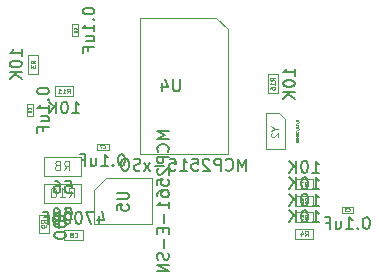
<source format=gbr>
%TF.GenerationSoftware,KiCad,Pcbnew,(5.1.7)-1*%
%TF.CreationDate,2021-02-02T18:20:17+09:00*%
%TF.ProjectId,canboard,63616e62-6f61-4726-942e-6b696361645f,rev?*%
%TF.SameCoordinates,Original*%
%TF.FileFunction,Other,Fab,Bot*%
%FSLAX46Y46*%
G04 Gerber Fmt 4.6, Leading zero omitted, Abs format (unit mm)*
G04 Created by KiCad (PCBNEW (5.1.7)-1) date 2021-02-02 18:20:17*
%MOMM*%
%LPD*%
G01*
G04 APERTURE LIST*
%ADD10C,0.100000*%
%ADD11C,0.150000*%
%ADD12C,0.060000*%
%ADD13C,0.030000*%
%ADD14C,0.080000*%
%ADD15C,0.120000*%
%ADD16C,0.040000*%
G04 APERTURE END LIST*
D10*
%TO.C,R16*%
X236713500Y-37427000D02*
X235888500Y-37427000D01*
X235888500Y-37427000D02*
X235888500Y-39027000D01*
X235888500Y-39027000D02*
X236713500Y-39027000D01*
X236713500Y-39027000D02*
X236713500Y-37427000D01*
%TO.C,U4*%
X231526000Y-32629800D02*
X225026000Y-32629800D01*
X225026000Y-32629800D02*
X225026000Y-44179800D01*
X225026000Y-44179800D02*
X232526000Y-44179800D01*
X232526000Y-44179800D02*
X232526000Y-33629800D01*
X232526000Y-33629800D02*
X231526000Y-32629800D01*
%TO.C,Y2*%
X237355000Y-43727000D02*
X235755000Y-43727000D01*
X235755000Y-43727000D02*
X235755000Y-40727000D01*
X237355000Y-41227000D02*
X236855000Y-40727000D01*
X237355000Y-41227000D02*
X237355000Y-43727000D01*
X236855000Y-40727000D02*
X235755000Y-40727000D01*
%TO.C,U5*%
X221197000Y-47220000D02*
X221197000Y-50145000D01*
X221197000Y-50145000D02*
X226097000Y-50145000D01*
X226097000Y-50145000D02*
X226097000Y-46245000D01*
X226097000Y-46245000D02*
X222172000Y-46245000D01*
X222172000Y-46245000D02*
X221197000Y-47220000D01*
%TO.C,R11*%
X219431000Y-39274500D02*
X219431000Y-38449500D01*
X219431000Y-38449500D02*
X217831000Y-38449500D01*
X217831000Y-38449500D02*
X217831000Y-39274500D01*
X217831000Y-39274500D02*
X219431000Y-39274500D01*
%TO.C,R10*%
X220101500Y-48298000D02*
X220101500Y-46698000D01*
X220101500Y-46698000D02*
X216901500Y-46698000D01*
X216901500Y-46698000D02*
X216901500Y-48298000D01*
X216901500Y-48298000D02*
X220101500Y-48298000D01*
%TO.C,R9*%
X217328500Y-49301000D02*
X216503500Y-49301000D01*
X216503500Y-49301000D02*
X216503500Y-50901000D01*
X216503500Y-50901000D02*
X217328500Y-50901000D01*
X217328500Y-50901000D02*
X217328500Y-49301000D01*
%TO.C,R8*%
X220101500Y-46012000D02*
X220101500Y-44412000D01*
X220101500Y-44412000D02*
X216901500Y-44412000D01*
X216901500Y-44412000D02*
X216901500Y-46012000D01*
X216901500Y-46012000D02*
X220101500Y-46012000D01*
%TO.C,R7*%
X238150000Y-46323500D02*
X238150000Y-47148500D01*
X238150000Y-47148500D02*
X239750000Y-47148500D01*
X239750000Y-47148500D02*
X239750000Y-46323500D01*
X239750000Y-46323500D02*
X238150000Y-46323500D01*
%TO.C,R6*%
X238150000Y-47720500D02*
X238150000Y-48545500D01*
X238150000Y-48545500D02*
X239750000Y-48545500D01*
X239750000Y-48545500D02*
X239750000Y-47720500D01*
X239750000Y-47720500D02*
X238150000Y-47720500D01*
%TO.C,R5*%
X239750000Y-49117500D02*
X238150000Y-49117500D01*
X239750000Y-49942500D02*
X239750000Y-49117500D01*
X238150000Y-49942500D02*
X239750000Y-49942500D01*
X238150000Y-49117500D02*
X238150000Y-49942500D01*
%TO.C,R4*%
X239750000Y-50514500D02*
X238150000Y-50514500D01*
X239750000Y-51339500D02*
X239750000Y-50514500D01*
X238150000Y-51339500D02*
X239750000Y-51339500D01*
X238150000Y-50514500D02*
X238150000Y-51339500D01*
%TO.C,R3*%
X215614500Y-37376000D02*
X216439500Y-37376000D01*
X216439500Y-37376000D02*
X216439500Y-35776000D01*
X216439500Y-35776000D02*
X215614500Y-35776000D01*
X215614500Y-35776000D02*
X215614500Y-37376000D01*
%TO.C,C8*%
X218656000Y-50654000D02*
X218656000Y-51454000D01*
X218656000Y-51454000D02*
X220256000Y-51454000D01*
X220256000Y-51454000D02*
X220256000Y-50654000D01*
X220256000Y-50654000D02*
X218656000Y-50654000D01*
%TO.C,C7*%
X222397000Y-43811000D02*
X222397000Y-43311000D01*
X222397000Y-43311000D02*
X221397000Y-43311000D01*
X221397000Y-43311000D02*
X221397000Y-43811000D01*
X221397000Y-43811000D02*
X222397000Y-43811000D01*
%TO.C,C6*%
X219833000Y-33170300D02*
X219333000Y-33170300D01*
X219333000Y-33170300D02*
X219333000Y-34170300D01*
X219333000Y-34170300D02*
X219833000Y-34170300D01*
X219833000Y-34170300D02*
X219833000Y-33170300D01*
%TO.C,C5*%
X215977000Y-39949500D02*
X215477000Y-39949500D01*
X215477000Y-39949500D02*
X215477000Y-40949500D01*
X215477000Y-40949500D02*
X215977000Y-40949500D01*
X215977000Y-40949500D02*
X215977000Y-39949500D01*
%TO.C,C3*%
X243123000Y-49145000D02*
X243123000Y-48645000D01*
X243123000Y-48645000D02*
X242123000Y-48645000D01*
X242123000Y-48645000D02*
X242123000Y-49145000D01*
X242123000Y-49145000D02*
X243123000Y-49145000D01*
%TD*%
%TO.C,R16*%
D11*
X238183380Y-37536523D02*
X238183380Y-36965095D01*
X238183380Y-37250809D02*
X237183380Y-37250809D01*
X237326238Y-37155571D01*
X237421476Y-37060333D01*
X237469095Y-36965095D01*
X237183380Y-38155571D02*
X237183380Y-38250809D01*
X237231000Y-38346047D01*
X237278619Y-38393666D01*
X237373857Y-38441285D01*
X237564333Y-38488904D01*
X237802428Y-38488904D01*
X237992904Y-38441285D01*
X238088142Y-38393666D01*
X238135761Y-38346047D01*
X238183380Y-38250809D01*
X238183380Y-38155571D01*
X238135761Y-38060333D01*
X238088142Y-38012714D01*
X237992904Y-37965095D01*
X237802428Y-37917476D01*
X237564333Y-37917476D01*
X237373857Y-37965095D01*
X237278619Y-38012714D01*
X237231000Y-38060333D01*
X237183380Y-38155571D01*
X238183380Y-38917476D02*
X237183380Y-38917476D01*
X238183380Y-39488904D02*
X237611952Y-39060333D01*
X237183380Y-39488904D02*
X237754809Y-38917476D01*
D12*
X236481952Y-37969857D02*
X236291476Y-37836523D01*
X236481952Y-37741285D02*
X236081952Y-37741285D01*
X236081952Y-37893666D01*
X236101000Y-37931761D01*
X236120047Y-37950809D01*
X236158142Y-37969857D01*
X236215285Y-37969857D01*
X236253380Y-37950809D01*
X236272428Y-37931761D01*
X236291476Y-37893666D01*
X236291476Y-37741285D01*
X236481952Y-38350809D02*
X236481952Y-38122238D01*
X236481952Y-38236523D02*
X236081952Y-38236523D01*
X236139095Y-38198428D01*
X236177190Y-38160333D01*
X236196238Y-38122238D01*
X236081952Y-38693666D02*
X236081952Y-38617476D01*
X236101000Y-38579380D01*
X236120047Y-38560333D01*
X236177190Y-38522238D01*
X236253380Y-38503190D01*
X236405761Y-38503190D01*
X236443857Y-38522238D01*
X236462904Y-38541285D01*
X236481952Y-38579380D01*
X236481952Y-38655571D01*
X236462904Y-38693666D01*
X236443857Y-38712714D01*
X236405761Y-38731761D01*
X236310523Y-38731761D01*
X236272428Y-38712714D01*
X236253380Y-38693666D01*
X236234333Y-38655571D01*
X236234333Y-38579380D01*
X236253380Y-38541285D01*
X236272428Y-38522238D01*
X236310523Y-38503190D01*
%TO.C,U4*%
D11*
X234037904Y-45577180D02*
X234037904Y-44577180D01*
X233704571Y-45291466D01*
X233371238Y-44577180D01*
X233371238Y-45577180D01*
X232323619Y-45481942D02*
X232371238Y-45529561D01*
X232514095Y-45577180D01*
X232609333Y-45577180D01*
X232752190Y-45529561D01*
X232847428Y-45434323D01*
X232895047Y-45339085D01*
X232942666Y-45148609D01*
X232942666Y-45005752D01*
X232895047Y-44815276D01*
X232847428Y-44720038D01*
X232752190Y-44624800D01*
X232609333Y-44577180D01*
X232514095Y-44577180D01*
X232371238Y-44624800D01*
X232323619Y-44672419D01*
X231895047Y-45577180D02*
X231895047Y-44577180D01*
X231514095Y-44577180D01*
X231418857Y-44624800D01*
X231371238Y-44672419D01*
X231323619Y-44767657D01*
X231323619Y-44910514D01*
X231371238Y-45005752D01*
X231418857Y-45053371D01*
X231514095Y-45100990D01*
X231895047Y-45100990D01*
X230942666Y-44672419D02*
X230895047Y-44624800D01*
X230799809Y-44577180D01*
X230561714Y-44577180D01*
X230466476Y-44624800D01*
X230418857Y-44672419D01*
X230371238Y-44767657D01*
X230371238Y-44862895D01*
X230418857Y-45005752D01*
X230990285Y-45577180D01*
X230371238Y-45577180D01*
X229466476Y-44577180D02*
X229942666Y-44577180D01*
X229990285Y-45053371D01*
X229942666Y-45005752D01*
X229847428Y-44958133D01*
X229609333Y-44958133D01*
X229514095Y-45005752D01*
X229466476Y-45053371D01*
X229418857Y-45148609D01*
X229418857Y-45386704D01*
X229466476Y-45481942D01*
X229514095Y-45529561D01*
X229609333Y-45577180D01*
X229847428Y-45577180D01*
X229942666Y-45529561D01*
X229990285Y-45481942D01*
X228466476Y-45577180D02*
X229037904Y-45577180D01*
X228752190Y-45577180D02*
X228752190Y-44577180D01*
X228847428Y-44720038D01*
X228942666Y-44815276D01*
X229037904Y-44862895D01*
X227561714Y-44577180D02*
X228037904Y-44577180D01*
X228085523Y-45053371D01*
X228037904Y-45005752D01*
X227942666Y-44958133D01*
X227704571Y-44958133D01*
X227609333Y-45005752D01*
X227561714Y-45053371D01*
X227514095Y-45148609D01*
X227514095Y-45386704D01*
X227561714Y-45481942D01*
X227609333Y-45529561D01*
X227704571Y-45577180D01*
X227942666Y-45577180D01*
X228037904Y-45529561D01*
X228085523Y-45481942D01*
X227085523Y-45196228D02*
X226323619Y-45196228D01*
X225942666Y-45577180D02*
X225418857Y-44910514D01*
X225942666Y-44910514D02*
X225418857Y-45577180D01*
X225085523Y-45529561D02*
X224942666Y-45577180D01*
X224704571Y-45577180D01*
X224609333Y-45529561D01*
X224561714Y-45481942D01*
X224514095Y-45386704D01*
X224514095Y-45291466D01*
X224561714Y-45196228D01*
X224609333Y-45148609D01*
X224704571Y-45100990D01*
X224895047Y-45053371D01*
X224990285Y-45005752D01*
X225037904Y-44958133D01*
X225085523Y-44862895D01*
X225085523Y-44767657D01*
X225037904Y-44672419D01*
X224990285Y-44624800D01*
X224895047Y-44577180D01*
X224656952Y-44577180D01*
X224514095Y-44624800D01*
X223895047Y-44577180D02*
X223704571Y-44577180D01*
X223609333Y-44624800D01*
X223514095Y-44720038D01*
X223466476Y-44910514D01*
X223466476Y-45243847D01*
X223514095Y-45434323D01*
X223609333Y-45529561D01*
X223704571Y-45577180D01*
X223895047Y-45577180D01*
X223990285Y-45529561D01*
X224085523Y-45434323D01*
X224133142Y-45243847D01*
X224133142Y-44910514D01*
X224085523Y-44720038D01*
X223990285Y-44624800D01*
X223895047Y-44577180D01*
X228426904Y-37857180D02*
X228426904Y-38666704D01*
X228379285Y-38761942D01*
X228331666Y-38809561D01*
X228236428Y-38857180D01*
X228045952Y-38857180D01*
X227950714Y-38809561D01*
X227903095Y-38761942D01*
X227855476Y-38666704D01*
X227855476Y-37857180D01*
X226950714Y-38190514D02*
X226950714Y-38857180D01*
X227188809Y-37809561D02*
X227426904Y-38523847D01*
X226807857Y-38523847D01*
%TO.C,Y2*%
D13*
X238331190Y-41331761D02*
X238321666Y-41312714D01*
X238312142Y-41303190D01*
X238293095Y-41293666D01*
X238283571Y-41293666D01*
X238264523Y-41303190D01*
X238255000Y-41312714D01*
X238245476Y-41331761D01*
X238245476Y-41369857D01*
X238255000Y-41388904D01*
X238264523Y-41398428D01*
X238283571Y-41407952D01*
X238293095Y-41407952D01*
X238312142Y-41398428D01*
X238321666Y-41388904D01*
X238331190Y-41369857D01*
X238331190Y-41331761D01*
X238340714Y-41312714D01*
X238350238Y-41303190D01*
X238369285Y-41293666D01*
X238407380Y-41293666D01*
X238426428Y-41303190D01*
X238435952Y-41312714D01*
X238445476Y-41331761D01*
X238445476Y-41369857D01*
X238435952Y-41388904D01*
X238426428Y-41398428D01*
X238407380Y-41407952D01*
X238369285Y-41407952D01*
X238350238Y-41398428D01*
X238340714Y-41388904D01*
X238331190Y-41369857D01*
X238235952Y-41636523D02*
X238493095Y-41465095D01*
X238445476Y-41807952D02*
X238445476Y-41693666D01*
X238445476Y-41750809D02*
X238245476Y-41750809D01*
X238274047Y-41731761D01*
X238293095Y-41712714D01*
X238302619Y-41693666D01*
X238245476Y-41979380D02*
X238245476Y-41941285D01*
X238255000Y-41922238D01*
X238264523Y-41912714D01*
X238293095Y-41893666D01*
X238331190Y-41884142D01*
X238407380Y-41884142D01*
X238426428Y-41893666D01*
X238435952Y-41903190D01*
X238445476Y-41922238D01*
X238445476Y-41960333D01*
X238435952Y-41979380D01*
X238426428Y-41988904D01*
X238407380Y-41998428D01*
X238359761Y-41998428D01*
X238340714Y-41988904D01*
X238331190Y-41979380D01*
X238321666Y-41960333D01*
X238321666Y-41922238D01*
X238331190Y-41903190D01*
X238340714Y-41893666D01*
X238359761Y-41884142D01*
X238235952Y-42227000D02*
X238493095Y-42055571D01*
X238264523Y-42284142D02*
X238255000Y-42293666D01*
X238245476Y-42312714D01*
X238245476Y-42360333D01*
X238255000Y-42379380D01*
X238264523Y-42388904D01*
X238283571Y-42398428D01*
X238302619Y-42398428D01*
X238331190Y-42388904D01*
X238445476Y-42274619D01*
X238445476Y-42398428D01*
X238245476Y-42522238D02*
X238245476Y-42541285D01*
X238255000Y-42560333D01*
X238264523Y-42569857D01*
X238283571Y-42579380D01*
X238321666Y-42588904D01*
X238369285Y-42588904D01*
X238407380Y-42579380D01*
X238426428Y-42569857D01*
X238435952Y-42560333D01*
X238445476Y-42541285D01*
X238445476Y-42522238D01*
X238435952Y-42503190D01*
X238426428Y-42493666D01*
X238407380Y-42484142D01*
X238369285Y-42474619D01*
X238321666Y-42474619D01*
X238283571Y-42484142D01*
X238264523Y-42493666D01*
X238255000Y-42503190D01*
X238245476Y-42522238D01*
X238445476Y-42674619D02*
X238245476Y-42674619D01*
X238388333Y-42741285D01*
X238245476Y-42807952D01*
X238445476Y-42807952D01*
X238445476Y-42903190D02*
X238245476Y-42903190D01*
X238445476Y-42988904D02*
X238340714Y-42988904D01*
X238321666Y-42979380D01*
X238312142Y-42960333D01*
X238312142Y-42931761D01*
X238321666Y-42912714D01*
X238331190Y-42903190D01*
X238312142Y-43065095D02*
X238312142Y-43169857D01*
X238445476Y-43065095D01*
X238445476Y-43169857D01*
D14*
X236490714Y-42041285D02*
X236776428Y-42041285D01*
X236176428Y-41841285D02*
X236490714Y-42041285D01*
X236176428Y-42241285D01*
X236233571Y-42412714D02*
X236205000Y-42441285D01*
X236176428Y-42498428D01*
X236176428Y-42641285D01*
X236205000Y-42698428D01*
X236233571Y-42727000D01*
X236290714Y-42755571D01*
X236347857Y-42755571D01*
X236433571Y-42727000D01*
X236776428Y-42384142D01*
X236776428Y-42755571D01*
%TO.C,U5*%
D11*
X227499380Y-42266428D02*
X226499380Y-42266428D01*
X227213666Y-42599761D01*
X226499380Y-42933095D01*
X227499380Y-42933095D01*
X227404142Y-43980714D02*
X227451761Y-43933095D01*
X227499380Y-43790238D01*
X227499380Y-43695000D01*
X227451761Y-43552142D01*
X227356523Y-43456904D01*
X227261285Y-43409285D01*
X227070809Y-43361666D01*
X226927952Y-43361666D01*
X226737476Y-43409285D01*
X226642238Y-43456904D01*
X226547000Y-43552142D01*
X226499380Y-43695000D01*
X226499380Y-43790238D01*
X226547000Y-43933095D01*
X226594619Y-43980714D01*
X227499380Y-44409285D02*
X226499380Y-44409285D01*
X226499380Y-44790238D01*
X226547000Y-44885476D01*
X226594619Y-44933095D01*
X226689857Y-44980714D01*
X226832714Y-44980714D01*
X226927952Y-44933095D01*
X226975571Y-44885476D01*
X227023190Y-44790238D01*
X227023190Y-44409285D01*
X226594619Y-45361666D02*
X226547000Y-45409285D01*
X226499380Y-45504523D01*
X226499380Y-45742619D01*
X226547000Y-45837857D01*
X226594619Y-45885476D01*
X226689857Y-45933095D01*
X226785095Y-45933095D01*
X226927952Y-45885476D01*
X227499380Y-45314047D01*
X227499380Y-45933095D01*
X226499380Y-46837857D02*
X226499380Y-46361666D01*
X226975571Y-46314047D01*
X226927952Y-46361666D01*
X226880333Y-46456904D01*
X226880333Y-46695000D01*
X226927952Y-46790238D01*
X226975571Y-46837857D01*
X227070809Y-46885476D01*
X227308904Y-46885476D01*
X227404142Y-46837857D01*
X227451761Y-46790238D01*
X227499380Y-46695000D01*
X227499380Y-46456904D01*
X227451761Y-46361666D01*
X227404142Y-46314047D01*
X226499380Y-47742619D02*
X226499380Y-47552142D01*
X226547000Y-47456904D01*
X226594619Y-47409285D01*
X226737476Y-47314047D01*
X226927952Y-47266428D01*
X227308904Y-47266428D01*
X227404142Y-47314047D01*
X227451761Y-47361666D01*
X227499380Y-47456904D01*
X227499380Y-47647380D01*
X227451761Y-47742619D01*
X227404142Y-47790238D01*
X227308904Y-47837857D01*
X227070809Y-47837857D01*
X226975571Y-47790238D01*
X226927952Y-47742619D01*
X226880333Y-47647380D01*
X226880333Y-47456904D01*
X226927952Y-47361666D01*
X226975571Y-47314047D01*
X227070809Y-47266428D01*
X227499380Y-48790238D02*
X227499380Y-48218809D01*
X227499380Y-48504523D02*
X226499380Y-48504523D01*
X226642238Y-48409285D01*
X226737476Y-48314047D01*
X226785095Y-48218809D01*
X227118428Y-49218809D02*
X227118428Y-49980714D01*
X226975571Y-50456904D02*
X226975571Y-50790238D01*
X227499380Y-50933095D02*
X227499380Y-50456904D01*
X226499380Y-50456904D01*
X226499380Y-50933095D01*
X227118428Y-51361666D02*
X227118428Y-52123571D01*
X227451761Y-52552142D02*
X227499380Y-52695000D01*
X227499380Y-52933095D01*
X227451761Y-53028333D01*
X227404142Y-53075952D01*
X227308904Y-53123571D01*
X227213666Y-53123571D01*
X227118428Y-53075952D01*
X227070809Y-53028333D01*
X227023190Y-52933095D01*
X226975571Y-52742619D01*
X226927952Y-52647380D01*
X226880333Y-52599761D01*
X226785095Y-52552142D01*
X226689857Y-52552142D01*
X226594619Y-52599761D01*
X226547000Y-52647380D01*
X226499380Y-52742619D01*
X226499380Y-52980714D01*
X226547000Y-53123571D01*
X227499380Y-53552142D02*
X226499380Y-53552142D01*
X227499380Y-54123571D01*
X226499380Y-54123571D01*
X223110333Y-47448333D02*
X223903666Y-47448333D01*
X223997000Y-47495000D01*
X224043666Y-47541666D01*
X224090333Y-47635000D01*
X224090333Y-47821666D01*
X224043666Y-47915000D01*
X223997000Y-47961666D01*
X223903666Y-48008333D01*
X223110333Y-48008333D01*
X223110333Y-48941666D02*
X223110333Y-48475000D01*
X223577000Y-48428333D01*
X223530333Y-48475000D01*
X223483666Y-48568333D01*
X223483666Y-48801666D01*
X223530333Y-48895000D01*
X223577000Y-48941666D01*
X223670333Y-48988333D01*
X223903666Y-48988333D01*
X223997000Y-48941666D01*
X224043666Y-48895000D01*
X224090333Y-48801666D01*
X224090333Y-48568333D01*
X224043666Y-48475000D01*
X223997000Y-48428333D01*
%TO.C,R11*%
X219321476Y-40744380D02*
X219892904Y-40744380D01*
X219607190Y-40744380D02*
X219607190Y-39744380D01*
X219702428Y-39887238D01*
X219797666Y-39982476D01*
X219892904Y-40030095D01*
X218702428Y-39744380D02*
X218607190Y-39744380D01*
X218511952Y-39792000D01*
X218464333Y-39839619D01*
X218416714Y-39934857D01*
X218369095Y-40125333D01*
X218369095Y-40363428D01*
X218416714Y-40553904D01*
X218464333Y-40649142D01*
X218511952Y-40696761D01*
X218607190Y-40744380D01*
X218702428Y-40744380D01*
X218797666Y-40696761D01*
X218845285Y-40649142D01*
X218892904Y-40553904D01*
X218940523Y-40363428D01*
X218940523Y-40125333D01*
X218892904Y-39934857D01*
X218845285Y-39839619D01*
X218797666Y-39792000D01*
X218702428Y-39744380D01*
X217940523Y-40744380D02*
X217940523Y-39744380D01*
X217369095Y-40744380D02*
X217797666Y-40172952D01*
X217369095Y-39744380D02*
X217940523Y-40315809D01*
D12*
X218888142Y-39042952D02*
X219021476Y-38852476D01*
X219116714Y-39042952D02*
X219116714Y-38642952D01*
X218964333Y-38642952D01*
X218926238Y-38662000D01*
X218907190Y-38681047D01*
X218888142Y-38719142D01*
X218888142Y-38776285D01*
X218907190Y-38814380D01*
X218926238Y-38833428D01*
X218964333Y-38852476D01*
X219116714Y-38852476D01*
X218507190Y-39042952D02*
X218735761Y-39042952D01*
X218621476Y-39042952D02*
X218621476Y-38642952D01*
X218659571Y-38700095D01*
X218697666Y-38738190D01*
X218735761Y-38757238D01*
X218126238Y-39042952D02*
X218354809Y-39042952D01*
X218240523Y-39042952D02*
X218240523Y-38642952D01*
X218278619Y-38700095D01*
X218316714Y-38738190D01*
X218354809Y-38757238D01*
%TO.C,R10*%
D11*
X218739595Y-48770380D02*
X219215785Y-48770380D01*
X219263404Y-49246571D01*
X219215785Y-49198952D01*
X219120547Y-49151333D01*
X218882452Y-49151333D01*
X218787214Y-49198952D01*
X218739595Y-49246571D01*
X218691976Y-49341809D01*
X218691976Y-49579904D01*
X218739595Y-49675142D01*
X218787214Y-49722761D01*
X218882452Y-49770380D01*
X219120547Y-49770380D01*
X219215785Y-49722761D01*
X219263404Y-49675142D01*
X217834833Y-48770380D02*
X218025309Y-48770380D01*
X218120547Y-48818000D01*
X218168166Y-48865619D01*
X218263404Y-49008476D01*
X218311023Y-49198952D01*
X218311023Y-49579904D01*
X218263404Y-49675142D01*
X218215785Y-49722761D01*
X218120547Y-49770380D01*
X217930071Y-49770380D01*
X217834833Y-49722761D01*
X217787214Y-49675142D01*
X217739595Y-49579904D01*
X217739595Y-49341809D01*
X217787214Y-49246571D01*
X217834833Y-49198952D01*
X217930071Y-49151333D01*
X218120547Y-49151333D01*
X218215785Y-49198952D01*
X218263404Y-49246571D01*
X218311023Y-49341809D01*
D15*
X219015785Y-47859904D02*
X219282452Y-47478952D01*
X219472928Y-47859904D02*
X219472928Y-47059904D01*
X219168166Y-47059904D01*
X219091976Y-47098000D01*
X219053880Y-47136095D01*
X219015785Y-47212285D01*
X219015785Y-47326571D01*
X219053880Y-47402761D01*
X219091976Y-47440857D01*
X219168166Y-47478952D01*
X219472928Y-47478952D01*
X218253880Y-47859904D02*
X218711023Y-47859904D01*
X218482452Y-47859904D02*
X218482452Y-47059904D01*
X218558642Y-47174190D01*
X218634833Y-47250380D01*
X218711023Y-47288476D01*
X217758642Y-47059904D02*
X217682452Y-47059904D01*
X217606261Y-47098000D01*
X217568166Y-47136095D01*
X217530071Y-47212285D01*
X217491976Y-47364666D01*
X217491976Y-47555142D01*
X217530071Y-47707523D01*
X217568166Y-47783714D01*
X217606261Y-47821809D01*
X217682452Y-47859904D01*
X217758642Y-47859904D01*
X217834833Y-47821809D01*
X217872928Y-47783714D01*
X217911023Y-47707523D01*
X217949119Y-47555142D01*
X217949119Y-47364666D01*
X217911023Y-47212285D01*
X217872928Y-47136095D01*
X217834833Y-47098000D01*
X217758642Y-47059904D01*
%TO.C,R9*%
D11*
X217798380Y-48815285D02*
X217798380Y-49434333D01*
X218179333Y-49101000D01*
X218179333Y-49243857D01*
X218226952Y-49339095D01*
X218274571Y-49386714D01*
X218369809Y-49434333D01*
X218607904Y-49434333D01*
X218703142Y-49386714D01*
X218750761Y-49339095D01*
X218798380Y-49243857D01*
X218798380Y-48958142D01*
X218750761Y-48862904D01*
X218703142Y-48815285D01*
X217798380Y-50053380D02*
X217798380Y-50148619D01*
X217846000Y-50243857D01*
X217893619Y-50291476D01*
X217988857Y-50339095D01*
X218179333Y-50386714D01*
X218417428Y-50386714D01*
X218607904Y-50339095D01*
X218703142Y-50291476D01*
X218750761Y-50243857D01*
X218798380Y-50148619D01*
X218798380Y-50053380D01*
X218750761Y-49958142D01*
X218703142Y-49910523D01*
X218607904Y-49862904D01*
X218417428Y-49815285D01*
X218179333Y-49815285D01*
X217988857Y-49862904D01*
X217893619Y-49910523D01*
X217846000Y-49958142D01*
X217798380Y-50053380D01*
X217798380Y-51005761D02*
X217798380Y-51101000D01*
X217846000Y-51196238D01*
X217893619Y-51243857D01*
X217988857Y-51291476D01*
X218179333Y-51339095D01*
X218417428Y-51339095D01*
X218607904Y-51291476D01*
X218703142Y-51243857D01*
X218750761Y-51196238D01*
X218798380Y-51101000D01*
X218798380Y-51005761D01*
X218750761Y-50910523D01*
X218703142Y-50862904D01*
X218607904Y-50815285D01*
X218417428Y-50767666D01*
X218179333Y-50767666D01*
X217988857Y-50815285D01*
X217893619Y-50862904D01*
X217846000Y-50910523D01*
X217798380Y-51005761D01*
D12*
X217096952Y-50034333D02*
X216906476Y-49901000D01*
X217096952Y-49805761D02*
X216696952Y-49805761D01*
X216696952Y-49958142D01*
X216716000Y-49996238D01*
X216735047Y-50015285D01*
X216773142Y-50034333D01*
X216830285Y-50034333D01*
X216868380Y-50015285D01*
X216887428Y-49996238D01*
X216906476Y-49958142D01*
X216906476Y-49805761D01*
X217096952Y-50224809D02*
X217096952Y-50301000D01*
X217077904Y-50339095D01*
X217058857Y-50358142D01*
X217001714Y-50396238D01*
X216925523Y-50415285D01*
X216773142Y-50415285D01*
X216735047Y-50396238D01*
X216716000Y-50377190D01*
X216696952Y-50339095D01*
X216696952Y-50262904D01*
X216716000Y-50224809D01*
X216735047Y-50205761D01*
X216773142Y-50186714D01*
X216868380Y-50186714D01*
X216906476Y-50205761D01*
X216925523Y-50224809D01*
X216944571Y-50262904D01*
X216944571Y-50339095D01*
X216925523Y-50377190D01*
X216906476Y-50396238D01*
X216868380Y-50415285D01*
%TO.C,R8*%
D11*
X218739595Y-46484380D02*
X219215785Y-46484380D01*
X219263404Y-46960571D01*
X219215785Y-46912952D01*
X219120547Y-46865333D01*
X218882452Y-46865333D01*
X218787214Y-46912952D01*
X218739595Y-46960571D01*
X218691976Y-47055809D01*
X218691976Y-47293904D01*
X218739595Y-47389142D01*
X218787214Y-47436761D01*
X218882452Y-47484380D01*
X219120547Y-47484380D01*
X219215785Y-47436761D01*
X219263404Y-47389142D01*
X217834833Y-46484380D02*
X218025309Y-46484380D01*
X218120547Y-46532000D01*
X218168166Y-46579619D01*
X218263404Y-46722476D01*
X218311023Y-46912952D01*
X218311023Y-47293904D01*
X218263404Y-47389142D01*
X218215785Y-47436761D01*
X218120547Y-47484380D01*
X217930071Y-47484380D01*
X217834833Y-47436761D01*
X217787214Y-47389142D01*
X217739595Y-47293904D01*
X217739595Y-47055809D01*
X217787214Y-46960571D01*
X217834833Y-46912952D01*
X217930071Y-46865333D01*
X218120547Y-46865333D01*
X218215785Y-46912952D01*
X218263404Y-46960571D01*
X218311023Y-47055809D01*
D15*
X218634833Y-45573904D02*
X218901500Y-45192952D01*
X219091976Y-45573904D02*
X219091976Y-44773904D01*
X218787214Y-44773904D01*
X218711023Y-44812000D01*
X218672928Y-44850095D01*
X218634833Y-44926285D01*
X218634833Y-45040571D01*
X218672928Y-45116761D01*
X218711023Y-45154857D01*
X218787214Y-45192952D01*
X219091976Y-45192952D01*
X218177690Y-45116761D02*
X218253880Y-45078666D01*
X218291976Y-45040571D01*
X218330071Y-44964380D01*
X218330071Y-44926285D01*
X218291976Y-44850095D01*
X218253880Y-44812000D01*
X218177690Y-44773904D01*
X218025309Y-44773904D01*
X217949119Y-44812000D01*
X217911023Y-44850095D01*
X217872928Y-44926285D01*
X217872928Y-44964380D01*
X217911023Y-45040571D01*
X217949119Y-45078666D01*
X218025309Y-45116761D01*
X218177690Y-45116761D01*
X218253880Y-45154857D01*
X218291976Y-45192952D01*
X218330071Y-45269142D01*
X218330071Y-45421523D01*
X218291976Y-45497714D01*
X218253880Y-45535809D01*
X218177690Y-45573904D01*
X218025309Y-45573904D01*
X217949119Y-45535809D01*
X217911023Y-45497714D01*
X217872928Y-45421523D01*
X217872928Y-45269142D01*
X217911023Y-45192952D01*
X217949119Y-45154857D01*
X218025309Y-45116761D01*
%TO.C,R7*%
D11*
X239640476Y-45758380D02*
X240211904Y-45758380D01*
X239926190Y-45758380D02*
X239926190Y-44758380D01*
X240021428Y-44901238D01*
X240116666Y-44996476D01*
X240211904Y-45044095D01*
X239021428Y-44758380D02*
X238926190Y-44758380D01*
X238830952Y-44806000D01*
X238783333Y-44853619D01*
X238735714Y-44948857D01*
X238688095Y-45139333D01*
X238688095Y-45377428D01*
X238735714Y-45567904D01*
X238783333Y-45663142D01*
X238830952Y-45710761D01*
X238926190Y-45758380D01*
X239021428Y-45758380D01*
X239116666Y-45710761D01*
X239164285Y-45663142D01*
X239211904Y-45567904D01*
X239259523Y-45377428D01*
X239259523Y-45139333D01*
X239211904Y-44948857D01*
X239164285Y-44853619D01*
X239116666Y-44806000D01*
X239021428Y-44758380D01*
X238259523Y-45758380D02*
X238259523Y-44758380D01*
X237688095Y-45758380D02*
X238116666Y-45186952D01*
X237688095Y-44758380D02*
X238259523Y-45329809D01*
D12*
X239016666Y-46916952D02*
X239150000Y-46726476D01*
X239245238Y-46916952D02*
X239245238Y-46516952D01*
X239092857Y-46516952D01*
X239054761Y-46536000D01*
X239035714Y-46555047D01*
X239016666Y-46593142D01*
X239016666Y-46650285D01*
X239035714Y-46688380D01*
X239054761Y-46707428D01*
X239092857Y-46726476D01*
X239245238Y-46726476D01*
X238883333Y-46516952D02*
X238616666Y-46516952D01*
X238788095Y-46916952D01*
%TO.C,R6*%
D11*
X239640476Y-47155380D02*
X240211904Y-47155380D01*
X239926190Y-47155380D02*
X239926190Y-46155380D01*
X240021428Y-46298238D01*
X240116666Y-46393476D01*
X240211904Y-46441095D01*
X239021428Y-46155380D02*
X238926190Y-46155380D01*
X238830952Y-46203000D01*
X238783333Y-46250619D01*
X238735714Y-46345857D01*
X238688095Y-46536333D01*
X238688095Y-46774428D01*
X238735714Y-46964904D01*
X238783333Y-47060142D01*
X238830952Y-47107761D01*
X238926190Y-47155380D01*
X239021428Y-47155380D01*
X239116666Y-47107761D01*
X239164285Y-47060142D01*
X239211904Y-46964904D01*
X239259523Y-46774428D01*
X239259523Y-46536333D01*
X239211904Y-46345857D01*
X239164285Y-46250619D01*
X239116666Y-46203000D01*
X239021428Y-46155380D01*
X238259523Y-47155380D02*
X238259523Y-46155380D01*
X237688095Y-47155380D02*
X238116666Y-46583952D01*
X237688095Y-46155380D02*
X238259523Y-46726809D01*
D12*
X239016666Y-48313952D02*
X239150000Y-48123476D01*
X239245238Y-48313952D02*
X239245238Y-47913952D01*
X239092857Y-47913952D01*
X239054761Y-47933000D01*
X239035714Y-47952047D01*
X239016666Y-47990142D01*
X239016666Y-48047285D01*
X239035714Y-48085380D01*
X239054761Y-48104428D01*
X239092857Y-48123476D01*
X239245238Y-48123476D01*
X238673809Y-47913952D02*
X238750000Y-47913952D01*
X238788095Y-47933000D01*
X238807142Y-47952047D01*
X238845238Y-48009190D01*
X238864285Y-48085380D01*
X238864285Y-48237761D01*
X238845238Y-48275857D01*
X238826190Y-48294904D01*
X238788095Y-48313952D01*
X238711904Y-48313952D01*
X238673809Y-48294904D01*
X238654761Y-48275857D01*
X238635714Y-48237761D01*
X238635714Y-48142523D01*
X238654761Y-48104428D01*
X238673809Y-48085380D01*
X238711904Y-48066333D01*
X238788095Y-48066333D01*
X238826190Y-48085380D01*
X238845238Y-48104428D01*
X238864285Y-48142523D01*
%TO.C,R5*%
D11*
X239640476Y-48552380D02*
X240211904Y-48552380D01*
X239926190Y-48552380D02*
X239926190Y-47552380D01*
X240021428Y-47695238D01*
X240116666Y-47790476D01*
X240211904Y-47838095D01*
X239021428Y-47552380D02*
X238926190Y-47552380D01*
X238830952Y-47600000D01*
X238783333Y-47647619D01*
X238735714Y-47742857D01*
X238688095Y-47933333D01*
X238688095Y-48171428D01*
X238735714Y-48361904D01*
X238783333Y-48457142D01*
X238830952Y-48504761D01*
X238926190Y-48552380D01*
X239021428Y-48552380D01*
X239116666Y-48504761D01*
X239164285Y-48457142D01*
X239211904Y-48361904D01*
X239259523Y-48171428D01*
X239259523Y-47933333D01*
X239211904Y-47742857D01*
X239164285Y-47647619D01*
X239116666Y-47600000D01*
X239021428Y-47552380D01*
X238259523Y-48552380D02*
X238259523Y-47552380D01*
X237688095Y-48552380D02*
X238116666Y-47980952D01*
X237688095Y-47552380D02*
X238259523Y-48123809D01*
D12*
X239016666Y-49710952D02*
X239150000Y-49520476D01*
X239245238Y-49710952D02*
X239245238Y-49310952D01*
X239092857Y-49310952D01*
X239054761Y-49330000D01*
X239035714Y-49349047D01*
X239016666Y-49387142D01*
X239016666Y-49444285D01*
X239035714Y-49482380D01*
X239054761Y-49501428D01*
X239092857Y-49520476D01*
X239245238Y-49520476D01*
X238654761Y-49310952D02*
X238845238Y-49310952D01*
X238864285Y-49501428D01*
X238845238Y-49482380D01*
X238807142Y-49463333D01*
X238711904Y-49463333D01*
X238673809Y-49482380D01*
X238654761Y-49501428D01*
X238635714Y-49539523D01*
X238635714Y-49634761D01*
X238654761Y-49672857D01*
X238673809Y-49691904D01*
X238711904Y-49710952D01*
X238807142Y-49710952D01*
X238845238Y-49691904D01*
X238864285Y-49672857D01*
%TO.C,R4*%
D11*
X239640476Y-49949380D02*
X240211904Y-49949380D01*
X239926190Y-49949380D02*
X239926190Y-48949380D01*
X240021428Y-49092238D01*
X240116666Y-49187476D01*
X240211904Y-49235095D01*
X239021428Y-48949380D02*
X238926190Y-48949380D01*
X238830952Y-48997000D01*
X238783333Y-49044619D01*
X238735714Y-49139857D01*
X238688095Y-49330333D01*
X238688095Y-49568428D01*
X238735714Y-49758904D01*
X238783333Y-49854142D01*
X238830952Y-49901761D01*
X238926190Y-49949380D01*
X239021428Y-49949380D01*
X239116666Y-49901761D01*
X239164285Y-49854142D01*
X239211904Y-49758904D01*
X239259523Y-49568428D01*
X239259523Y-49330333D01*
X239211904Y-49139857D01*
X239164285Y-49044619D01*
X239116666Y-48997000D01*
X239021428Y-48949380D01*
X238259523Y-49949380D02*
X238259523Y-48949380D01*
X237688095Y-49949380D02*
X238116666Y-49377952D01*
X237688095Y-48949380D02*
X238259523Y-49520809D01*
D12*
X239016666Y-51107952D02*
X239150000Y-50917476D01*
X239245238Y-51107952D02*
X239245238Y-50707952D01*
X239092857Y-50707952D01*
X239054761Y-50727000D01*
X239035714Y-50746047D01*
X239016666Y-50784142D01*
X239016666Y-50841285D01*
X239035714Y-50879380D01*
X239054761Y-50898428D01*
X239092857Y-50917476D01*
X239245238Y-50917476D01*
X238673809Y-50841285D02*
X238673809Y-51107952D01*
X238769047Y-50688904D02*
X238864285Y-50974619D01*
X238616666Y-50974619D01*
%TO.C,R3*%
D11*
X215049380Y-35885523D02*
X215049380Y-35314095D01*
X215049380Y-35599809D02*
X214049380Y-35599809D01*
X214192238Y-35504571D01*
X214287476Y-35409333D01*
X214335095Y-35314095D01*
X214049380Y-36504571D02*
X214049380Y-36599809D01*
X214097000Y-36695047D01*
X214144619Y-36742666D01*
X214239857Y-36790285D01*
X214430333Y-36837904D01*
X214668428Y-36837904D01*
X214858904Y-36790285D01*
X214954142Y-36742666D01*
X215001761Y-36695047D01*
X215049380Y-36599809D01*
X215049380Y-36504571D01*
X215001761Y-36409333D01*
X214954142Y-36361714D01*
X214858904Y-36314095D01*
X214668428Y-36266476D01*
X214430333Y-36266476D01*
X214239857Y-36314095D01*
X214144619Y-36361714D01*
X214097000Y-36409333D01*
X214049380Y-36504571D01*
X215049380Y-37266476D02*
X214049380Y-37266476D01*
X215049380Y-37837904D02*
X214477952Y-37409333D01*
X214049380Y-37837904D02*
X214620809Y-37266476D01*
D12*
X216207952Y-36509333D02*
X216017476Y-36376000D01*
X216207952Y-36280761D02*
X215807952Y-36280761D01*
X215807952Y-36433142D01*
X215827000Y-36471238D01*
X215846047Y-36490285D01*
X215884142Y-36509333D01*
X215941285Y-36509333D01*
X215979380Y-36490285D01*
X215998428Y-36471238D01*
X216017476Y-36433142D01*
X216017476Y-36280761D01*
X215807952Y-36642666D02*
X215807952Y-36890285D01*
X215960333Y-36756952D01*
X215960333Y-36814095D01*
X215979380Y-36852190D01*
X215998428Y-36871238D01*
X216036523Y-36890285D01*
X216131761Y-36890285D01*
X216169857Y-36871238D01*
X216188904Y-36852190D01*
X216207952Y-36814095D01*
X216207952Y-36699809D01*
X216188904Y-36661714D01*
X216169857Y-36642666D01*
%TO.C,C8*%
D11*
X221575047Y-49409714D02*
X221575047Y-50076380D01*
X221813142Y-49028761D02*
X222051238Y-49743047D01*
X221432190Y-49743047D01*
X221146476Y-49076380D02*
X220479809Y-49076380D01*
X220908380Y-50076380D01*
X219908380Y-49076380D02*
X219813142Y-49076380D01*
X219717904Y-49124000D01*
X219670285Y-49171619D01*
X219622666Y-49266857D01*
X219575047Y-49457333D01*
X219575047Y-49695428D01*
X219622666Y-49885904D01*
X219670285Y-49981142D01*
X219717904Y-50028761D01*
X219813142Y-50076380D01*
X219908380Y-50076380D01*
X220003619Y-50028761D01*
X220051238Y-49981142D01*
X220098857Y-49885904D01*
X220146476Y-49695428D01*
X220146476Y-49457333D01*
X220098857Y-49266857D01*
X220051238Y-49171619D01*
X220003619Y-49124000D01*
X219908380Y-49076380D01*
X218956000Y-49076380D02*
X218860761Y-49076380D01*
X218765523Y-49124000D01*
X218717904Y-49171619D01*
X218670285Y-49266857D01*
X218622666Y-49457333D01*
X218622666Y-49695428D01*
X218670285Y-49885904D01*
X218717904Y-49981142D01*
X218765523Y-50028761D01*
X218860761Y-50076380D01*
X218956000Y-50076380D01*
X219051238Y-50028761D01*
X219098857Y-49981142D01*
X219146476Y-49885904D01*
X219194095Y-49695428D01*
X219194095Y-49457333D01*
X219146476Y-49266857D01*
X219098857Y-49171619D01*
X219051238Y-49124000D01*
X218956000Y-49076380D01*
X218194095Y-49409714D02*
X218194095Y-50409714D01*
X218194095Y-49457333D02*
X218098857Y-49409714D01*
X217908380Y-49409714D01*
X217813142Y-49457333D01*
X217765523Y-49504952D01*
X217717904Y-49600190D01*
X217717904Y-49885904D01*
X217765523Y-49981142D01*
X217813142Y-50028761D01*
X217908380Y-50076380D01*
X218098857Y-50076380D01*
X218194095Y-50028761D01*
X216956000Y-49552571D02*
X217289333Y-49552571D01*
X217289333Y-50076380D02*
X217289333Y-49076380D01*
X216813142Y-49076380D01*
D12*
X219522666Y-51196857D02*
X219541714Y-51215904D01*
X219598857Y-51234952D01*
X219636952Y-51234952D01*
X219694095Y-51215904D01*
X219732190Y-51177809D01*
X219751238Y-51139714D01*
X219770285Y-51063523D01*
X219770285Y-51006380D01*
X219751238Y-50930190D01*
X219732190Y-50892095D01*
X219694095Y-50854000D01*
X219636952Y-50834952D01*
X219598857Y-50834952D01*
X219541714Y-50854000D01*
X219522666Y-50873047D01*
X219294095Y-51006380D02*
X219332190Y-50987333D01*
X219351238Y-50968285D01*
X219370285Y-50930190D01*
X219370285Y-50911142D01*
X219351238Y-50873047D01*
X219332190Y-50854000D01*
X219294095Y-50834952D01*
X219217904Y-50834952D01*
X219179809Y-50854000D01*
X219160761Y-50873047D01*
X219141714Y-50911142D01*
X219141714Y-50930190D01*
X219160761Y-50968285D01*
X219179809Y-50987333D01*
X219217904Y-51006380D01*
X219294095Y-51006380D01*
X219332190Y-51025428D01*
X219351238Y-51044476D01*
X219370285Y-51082571D01*
X219370285Y-51158761D01*
X219351238Y-51196857D01*
X219332190Y-51215904D01*
X219294095Y-51234952D01*
X219217904Y-51234952D01*
X219179809Y-51215904D01*
X219160761Y-51196857D01*
X219141714Y-51158761D01*
X219141714Y-51082571D01*
X219160761Y-51044476D01*
X219179809Y-51025428D01*
X219217904Y-51006380D01*
%TO.C,C7*%
D11*
X223539857Y-44173380D02*
X223444619Y-44173380D01*
X223349380Y-44221000D01*
X223301761Y-44268619D01*
X223254142Y-44363857D01*
X223206523Y-44554333D01*
X223206523Y-44792428D01*
X223254142Y-44982904D01*
X223301761Y-45078142D01*
X223349380Y-45125761D01*
X223444619Y-45173380D01*
X223539857Y-45173380D01*
X223635095Y-45125761D01*
X223682714Y-45078142D01*
X223730333Y-44982904D01*
X223777952Y-44792428D01*
X223777952Y-44554333D01*
X223730333Y-44363857D01*
X223682714Y-44268619D01*
X223635095Y-44221000D01*
X223539857Y-44173380D01*
X222777952Y-45078142D02*
X222730333Y-45125761D01*
X222777952Y-45173380D01*
X222825571Y-45125761D01*
X222777952Y-45078142D01*
X222777952Y-45173380D01*
X221777952Y-45173380D02*
X222349380Y-45173380D01*
X222063666Y-45173380D02*
X222063666Y-44173380D01*
X222158904Y-44316238D01*
X222254142Y-44411476D01*
X222349380Y-44459095D01*
X220920809Y-44506714D02*
X220920809Y-45173380D01*
X221349380Y-44506714D02*
X221349380Y-45030523D01*
X221301761Y-45125761D01*
X221206523Y-45173380D01*
X221063666Y-45173380D01*
X220968428Y-45125761D01*
X220920809Y-45078142D01*
X220111285Y-44649571D02*
X220444619Y-44649571D01*
X220444619Y-45173380D02*
X220444619Y-44173380D01*
X219968428Y-44173380D01*
D16*
X221938666Y-43650285D02*
X221950571Y-43662190D01*
X221986285Y-43674095D01*
X222010095Y-43674095D01*
X222045809Y-43662190D01*
X222069619Y-43638380D01*
X222081523Y-43614571D01*
X222093428Y-43566952D01*
X222093428Y-43531238D01*
X222081523Y-43483619D01*
X222069619Y-43459809D01*
X222045809Y-43436000D01*
X222010095Y-43424095D01*
X221986285Y-43424095D01*
X221950571Y-43436000D01*
X221938666Y-43447904D01*
X221855333Y-43424095D02*
X221688666Y-43424095D01*
X221795809Y-43674095D01*
%TO.C,C6*%
D11*
X220195380Y-32027442D02*
X220195380Y-32122680D01*
X220243000Y-32217919D01*
X220290619Y-32265538D01*
X220385857Y-32313157D01*
X220576333Y-32360776D01*
X220814428Y-32360776D01*
X221004904Y-32313157D01*
X221100142Y-32265538D01*
X221147761Y-32217919D01*
X221195380Y-32122680D01*
X221195380Y-32027442D01*
X221147761Y-31932204D01*
X221100142Y-31884585D01*
X221004904Y-31836966D01*
X220814428Y-31789347D01*
X220576333Y-31789347D01*
X220385857Y-31836966D01*
X220290619Y-31884585D01*
X220243000Y-31932204D01*
X220195380Y-32027442D01*
X221100142Y-32789347D02*
X221147761Y-32836966D01*
X221195380Y-32789347D01*
X221147761Y-32741728D01*
X221100142Y-32789347D01*
X221195380Y-32789347D01*
X221195380Y-33789347D02*
X221195380Y-33217919D01*
X221195380Y-33503633D02*
X220195380Y-33503633D01*
X220338238Y-33408395D01*
X220433476Y-33313157D01*
X220481095Y-33217919D01*
X220528714Y-34646490D02*
X221195380Y-34646490D01*
X220528714Y-34217919D02*
X221052523Y-34217919D01*
X221147761Y-34265538D01*
X221195380Y-34360776D01*
X221195380Y-34503633D01*
X221147761Y-34598871D01*
X221100142Y-34646490D01*
X220671571Y-35456014D02*
X220671571Y-35122680D01*
X221195380Y-35122680D02*
X220195380Y-35122680D01*
X220195380Y-35598871D01*
D16*
X219672285Y-33628633D02*
X219684190Y-33616728D01*
X219696095Y-33581014D01*
X219696095Y-33557204D01*
X219684190Y-33521490D01*
X219660380Y-33497680D01*
X219636571Y-33485776D01*
X219588952Y-33473871D01*
X219553238Y-33473871D01*
X219505619Y-33485776D01*
X219481809Y-33497680D01*
X219458000Y-33521490D01*
X219446095Y-33557204D01*
X219446095Y-33581014D01*
X219458000Y-33616728D01*
X219469904Y-33628633D01*
X219446095Y-33842919D02*
X219446095Y-33795300D01*
X219458000Y-33771490D01*
X219469904Y-33759585D01*
X219505619Y-33735776D01*
X219553238Y-33723871D01*
X219648476Y-33723871D01*
X219672285Y-33735776D01*
X219684190Y-33747680D01*
X219696095Y-33771490D01*
X219696095Y-33819109D01*
X219684190Y-33842919D01*
X219672285Y-33854823D01*
X219648476Y-33866728D01*
X219588952Y-33866728D01*
X219565142Y-33854823D01*
X219553238Y-33842919D01*
X219541333Y-33819109D01*
X219541333Y-33771490D01*
X219553238Y-33747680D01*
X219565142Y-33735776D01*
X219588952Y-33723871D01*
%TO.C,C5*%
D11*
X216339380Y-38806642D02*
X216339380Y-38901880D01*
X216387000Y-38997119D01*
X216434619Y-39044738D01*
X216529857Y-39092357D01*
X216720333Y-39139976D01*
X216958428Y-39139976D01*
X217148904Y-39092357D01*
X217244142Y-39044738D01*
X217291761Y-38997119D01*
X217339380Y-38901880D01*
X217339380Y-38806642D01*
X217291761Y-38711404D01*
X217244142Y-38663785D01*
X217148904Y-38616166D01*
X216958428Y-38568547D01*
X216720333Y-38568547D01*
X216529857Y-38616166D01*
X216434619Y-38663785D01*
X216387000Y-38711404D01*
X216339380Y-38806642D01*
X217244142Y-39568547D02*
X217291761Y-39616166D01*
X217339380Y-39568547D01*
X217291761Y-39520928D01*
X217244142Y-39568547D01*
X217339380Y-39568547D01*
X217339380Y-40568547D02*
X217339380Y-39997119D01*
X217339380Y-40282833D02*
X216339380Y-40282833D01*
X216482238Y-40187595D01*
X216577476Y-40092357D01*
X216625095Y-39997119D01*
X216672714Y-41425690D02*
X217339380Y-41425690D01*
X216672714Y-40997119D02*
X217196523Y-40997119D01*
X217291761Y-41044738D01*
X217339380Y-41139976D01*
X217339380Y-41282833D01*
X217291761Y-41378071D01*
X217244142Y-41425690D01*
X216815571Y-42235214D02*
X216815571Y-41901880D01*
X217339380Y-41901880D02*
X216339380Y-41901880D01*
X216339380Y-42378071D01*
D16*
X215816285Y-40407833D02*
X215828190Y-40395928D01*
X215840095Y-40360214D01*
X215840095Y-40336404D01*
X215828190Y-40300690D01*
X215804380Y-40276880D01*
X215780571Y-40264976D01*
X215732952Y-40253071D01*
X215697238Y-40253071D01*
X215649619Y-40264976D01*
X215625809Y-40276880D01*
X215602000Y-40300690D01*
X215590095Y-40336404D01*
X215590095Y-40360214D01*
X215602000Y-40395928D01*
X215613904Y-40407833D01*
X215590095Y-40634023D02*
X215590095Y-40514976D01*
X215709142Y-40503071D01*
X215697238Y-40514976D01*
X215685333Y-40538785D01*
X215685333Y-40598309D01*
X215697238Y-40622119D01*
X215709142Y-40634023D01*
X215732952Y-40645928D01*
X215792476Y-40645928D01*
X215816285Y-40634023D01*
X215828190Y-40622119D01*
X215840095Y-40598309D01*
X215840095Y-40538785D01*
X215828190Y-40514976D01*
X215816285Y-40503071D01*
%TO.C,C3*%
D11*
X244265857Y-49507380D02*
X244170619Y-49507380D01*
X244075380Y-49555000D01*
X244027761Y-49602619D01*
X243980142Y-49697857D01*
X243932523Y-49888333D01*
X243932523Y-50126428D01*
X243980142Y-50316904D01*
X244027761Y-50412142D01*
X244075380Y-50459761D01*
X244170619Y-50507380D01*
X244265857Y-50507380D01*
X244361095Y-50459761D01*
X244408714Y-50412142D01*
X244456333Y-50316904D01*
X244503952Y-50126428D01*
X244503952Y-49888333D01*
X244456333Y-49697857D01*
X244408714Y-49602619D01*
X244361095Y-49555000D01*
X244265857Y-49507380D01*
X243503952Y-50412142D02*
X243456333Y-50459761D01*
X243503952Y-50507380D01*
X243551571Y-50459761D01*
X243503952Y-50412142D01*
X243503952Y-50507380D01*
X242503952Y-50507380D02*
X243075380Y-50507380D01*
X242789666Y-50507380D02*
X242789666Y-49507380D01*
X242884904Y-49650238D01*
X242980142Y-49745476D01*
X243075380Y-49793095D01*
X241646809Y-49840714D02*
X241646809Y-50507380D01*
X242075380Y-49840714D02*
X242075380Y-50364523D01*
X242027761Y-50459761D01*
X241932523Y-50507380D01*
X241789666Y-50507380D01*
X241694428Y-50459761D01*
X241646809Y-50412142D01*
X240837285Y-49983571D02*
X241170619Y-49983571D01*
X241170619Y-50507380D02*
X241170619Y-49507380D01*
X240694428Y-49507380D01*
D16*
X242664666Y-48984285D02*
X242676571Y-48996190D01*
X242712285Y-49008095D01*
X242736095Y-49008095D01*
X242771809Y-48996190D01*
X242795619Y-48972380D01*
X242807523Y-48948571D01*
X242819428Y-48900952D01*
X242819428Y-48865238D01*
X242807523Y-48817619D01*
X242795619Y-48793809D01*
X242771809Y-48770000D01*
X242736095Y-48758095D01*
X242712285Y-48758095D01*
X242676571Y-48770000D01*
X242664666Y-48781904D01*
X242581333Y-48758095D02*
X242426571Y-48758095D01*
X242509904Y-48853333D01*
X242474190Y-48853333D01*
X242450380Y-48865238D01*
X242438476Y-48877142D01*
X242426571Y-48900952D01*
X242426571Y-48960476D01*
X242438476Y-48984285D01*
X242450380Y-48996190D01*
X242474190Y-49008095D01*
X242545619Y-49008095D01*
X242569428Y-48996190D01*
X242581333Y-48984285D01*
%TD*%
M02*

</source>
